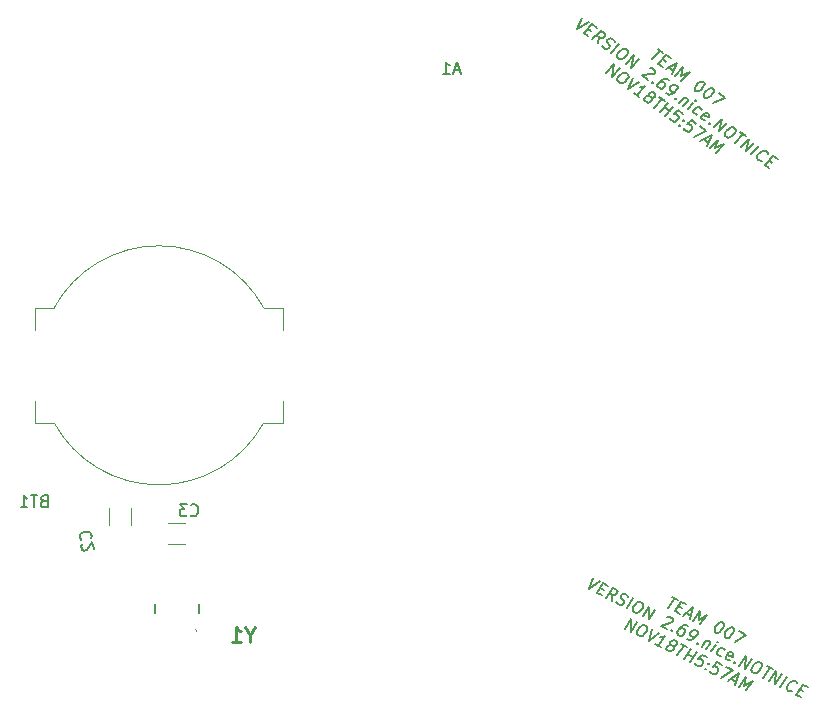
<source format=gbr>
%TF.GenerationSoftware,KiCad,Pcbnew,(5.99.0-13050-gf79cb382c4)*%
%TF.CreationDate,2021-11-18T10:13:38-08:00*%
%TF.ProjectId,S_Alarm,535f416c-6172-46d2-9e6b-696361645f70,rev?*%
%TF.SameCoordinates,Original*%
%TF.FileFunction,Legend,Bot*%
%TF.FilePolarity,Positive*%
%FSLAX46Y46*%
G04 Gerber Fmt 4.6, Leading zero omitted, Abs format (unit mm)*
G04 Created by KiCad (PCBNEW (5.99.0-13050-gf79cb382c4)) date 2021-11-18 10:13:38*
%MOMM*%
%LPD*%
G01*
G04 APERTURE LIST*
%ADD10C,0.150000*%
%ADD11C,0.254000*%
%ADD12C,0.120000*%
%ADD13C,0.200000*%
%ADD14C,0.100000*%
G04 APERTURE END LIST*
D10*
X142313667Y-45336037D02*
X142775963Y-45671915D01*
X141855903Y-46239520D02*
X142544815Y-45503976D01*
X142717581Y-46218102D02*
X142987254Y-46414030D01*
X142741969Y-46883284D02*
X142356723Y-46603387D01*
X143045635Y-45867843D01*
X143430881Y-46147741D01*
X143246998Y-46897047D02*
X143632244Y-47176945D01*
X142973116Y-47051223D02*
X143931701Y-46511608D01*
X143512461Y-47443080D01*
X143782133Y-47639008D02*
X144471046Y-46903465D01*
X144248638Y-47624781D01*
X145010390Y-47295321D01*
X144321478Y-48030865D01*
X146166129Y-48135015D02*
X146243178Y-48190994D01*
X146287422Y-48282000D01*
X146293141Y-48345015D01*
X146266055Y-48443057D01*
X146173359Y-48611150D01*
X146009332Y-48786280D01*
X145839586Y-48898393D01*
X145735450Y-48940456D01*
X145664120Y-48947492D01*
X145554266Y-48926538D01*
X145477217Y-48870558D01*
X145432973Y-48779553D01*
X145427254Y-48716537D01*
X145454340Y-48618496D01*
X145547036Y-48450402D01*
X145711063Y-48275273D01*
X145880809Y-48163159D01*
X145984944Y-48121097D01*
X146056274Y-48114061D01*
X146166129Y-48135015D01*
X146936621Y-48694810D02*
X147013671Y-48750790D01*
X147057915Y-48841795D01*
X147063634Y-48904811D01*
X147036548Y-49002852D01*
X146943851Y-49170946D01*
X146779824Y-49346075D01*
X146610078Y-49458189D01*
X146505943Y-49500251D01*
X146434613Y-49507287D01*
X146324758Y-49486333D01*
X146247709Y-49430354D01*
X146203465Y-49339348D01*
X146197746Y-49276333D01*
X146224832Y-49178291D01*
X146317529Y-49010198D01*
X146481556Y-48835068D01*
X146651302Y-48722955D01*
X146755437Y-48680893D01*
X146826767Y-48673856D01*
X146936621Y-48694810D01*
X147475966Y-49086667D02*
X148015311Y-49478524D01*
X146979677Y-49962160D01*
X135935362Y-42691996D02*
X135516122Y-43623468D01*
X136474707Y-43083853D01*
X136416325Y-43630040D02*
X136685998Y-43825969D01*
X136440713Y-44295223D02*
X136055467Y-44015325D01*
X136744379Y-43279781D01*
X137129625Y-43559679D01*
X137249730Y-44883008D02*
X137308111Y-44336821D01*
X136787434Y-44547131D02*
X137476347Y-43811587D01*
X137784544Y-44035505D01*
X137828788Y-44126511D01*
X137834507Y-44189526D01*
X137807421Y-44287568D01*
X137709005Y-44392646D01*
X137604869Y-44434708D01*
X137533539Y-44441744D01*
X137423685Y-44420790D01*
X137115488Y-44196872D01*
X137590732Y-45071900D02*
X137673501Y-45190896D01*
X137866124Y-45330845D01*
X137975978Y-45351798D01*
X138047308Y-45344762D01*
X138151444Y-45302700D01*
X138217054Y-45232648D01*
X138244140Y-45134607D01*
X138238421Y-45071591D01*
X138194177Y-44980586D01*
X138072884Y-44833601D01*
X138028640Y-44742595D01*
X138022921Y-44679579D01*
X138050007Y-44581538D01*
X138115618Y-44511486D01*
X138219753Y-44469424D01*
X138291083Y-44462388D01*
X138400938Y-44483342D01*
X138593561Y-44623290D01*
X138676329Y-44742286D01*
X138366944Y-45694712D02*
X139055856Y-44959168D01*
X139595201Y-45351025D02*
X139749299Y-45462984D01*
X139793543Y-45553989D01*
X139804982Y-45680020D01*
X139712285Y-45848114D01*
X139482647Y-46093295D01*
X139312901Y-46205409D01*
X139170241Y-46219481D01*
X139060387Y-46198528D01*
X138906288Y-46086568D01*
X138862044Y-45995563D01*
X138850606Y-45869532D01*
X138943303Y-45701438D01*
X139172940Y-45456257D01*
X139342686Y-45344143D01*
X139485346Y-45330071D01*
X139595201Y-45351025D01*
X139599731Y-46590384D02*
X140288644Y-45854841D01*
X140062027Y-46926262D01*
X140750939Y-46190718D01*
X141648444Y-46960514D02*
X141719774Y-46953478D01*
X141829629Y-46974432D01*
X142022252Y-47114380D01*
X142066496Y-47205386D01*
X142072215Y-47268401D01*
X142045129Y-47366443D01*
X141979518Y-47436495D01*
X141842577Y-47513583D01*
X140986618Y-47598016D01*
X141487438Y-47961883D01*
X141899770Y-48143739D02*
X141905489Y-48206755D01*
X141834159Y-48213791D01*
X141828440Y-48150776D01*
X141899770Y-48143739D01*
X141834159Y-48213791D01*
X143255039Y-48010053D02*
X143100941Y-47898094D01*
X142991086Y-47877140D01*
X142919756Y-47884177D01*
X142744291Y-47933275D01*
X142574545Y-48045388D01*
X142312102Y-48325596D01*
X142285016Y-48423637D01*
X142290736Y-48486653D01*
X142334979Y-48577658D01*
X142489078Y-48689617D01*
X142598932Y-48710571D01*
X142670262Y-48703535D01*
X142774398Y-48661473D01*
X142938425Y-48486343D01*
X142965511Y-48388302D01*
X142959791Y-48325286D01*
X142915547Y-48234281D01*
X142761449Y-48122322D01*
X142651594Y-48101368D01*
X142580264Y-48108404D01*
X142476129Y-48150466D01*
X143028423Y-49081474D02*
X143182521Y-49193433D01*
X143292376Y-49214387D01*
X143363706Y-49207351D01*
X143539171Y-49158253D01*
X143708917Y-49046139D01*
X143971360Y-48765932D01*
X143998446Y-48667890D01*
X143992727Y-48604875D01*
X143948483Y-48513869D01*
X143794384Y-48401910D01*
X143684530Y-48380956D01*
X143613200Y-48387992D01*
X143509064Y-48430054D01*
X143345038Y-48605184D01*
X143317951Y-48703226D01*
X143323671Y-48766241D01*
X143367915Y-48857247D01*
X143522013Y-48969206D01*
X143631868Y-48990159D01*
X143703198Y-48983123D01*
X143807333Y-48941061D01*
X143826001Y-49543228D02*
X143831720Y-49606244D01*
X143760390Y-49613280D01*
X143754671Y-49550264D01*
X143826001Y-49543228D01*
X143760390Y-49613280D01*
X144604911Y-49402815D02*
X144145636Y-49893178D01*
X144539301Y-49472867D02*
X144610631Y-49465831D01*
X144720485Y-49486784D01*
X144836059Y-49570754D01*
X144880303Y-49661759D01*
X144853217Y-49759801D01*
X144492358Y-50145086D01*
X144877604Y-50424983D02*
X145336879Y-49934621D01*
X145566517Y-49689440D02*
X145495187Y-49696476D01*
X145500906Y-49759491D01*
X145572236Y-49752455D01*
X145566517Y-49689440D01*
X145500906Y-49759491D01*
X145642377Y-50921763D02*
X145532523Y-50900810D01*
X145378424Y-50788850D01*
X145334180Y-50697845D01*
X145328461Y-50634829D01*
X145355547Y-50536788D01*
X145552379Y-50326632D01*
X145656515Y-50284570D01*
X145727845Y-50277534D01*
X145837699Y-50298488D01*
X145991798Y-50410447D01*
X146036042Y-50501452D01*
X146297296Y-51397589D02*
X146187441Y-51376636D01*
X146033343Y-51264677D01*
X145989099Y-51173671D01*
X146016185Y-51075630D01*
X146278628Y-50795422D01*
X146382763Y-50753360D01*
X146492618Y-50774314D01*
X146646716Y-50886273D01*
X146690960Y-50977279D01*
X146663874Y-51075320D01*
X146598263Y-51145372D01*
X146147406Y-50935526D01*
X146715347Y-51642461D02*
X146721067Y-51705477D01*
X146649737Y-51712513D01*
X146644017Y-51649497D01*
X146715347Y-51642461D01*
X146649737Y-51712513D01*
X147034983Y-51992411D02*
X147723895Y-51256867D01*
X147497278Y-52328288D01*
X148186191Y-51592744D01*
X148725535Y-51984601D02*
X148879634Y-52096560D01*
X148923878Y-52187566D01*
X148935316Y-52313597D01*
X148842619Y-52481690D01*
X148612982Y-52726872D01*
X148443236Y-52838985D01*
X148300576Y-52853058D01*
X148190721Y-52832104D01*
X148036623Y-52720145D01*
X147992379Y-52629139D01*
X147980941Y-52503108D01*
X148073637Y-52335015D01*
X148303275Y-52089833D01*
X148473021Y-51977720D01*
X148615681Y-51963647D01*
X148725535Y-51984601D01*
X149303405Y-52404448D02*
X149765700Y-52740325D01*
X148845640Y-53307930D02*
X149534552Y-52572386D01*
X149346460Y-53671797D02*
X150035372Y-52936253D01*
X149808755Y-54007674D01*
X150497668Y-53272131D01*
X150194002Y-54287572D02*
X150882914Y-53552028D01*
X151107154Y-54833295D02*
X151035824Y-54840332D01*
X150887445Y-54791388D01*
X150810396Y-54735409D01*
X150727627Y-54616413D01*
X150716188Y-54490382D01*
X150743275Y-54392340D01*
X150835971Y-54224247D01*
X150934387Y-54119169D01*
X151104133Y-54007056D01*
X151208269Y-53964994D01*
X151350929Y-53950921D01*
X151499308Y-53999865D01*
X151576357Y-54055844D01*
X151659126Y-54174840D01*
X151664845Y-54237855D01*
X151749124Y-54769970D02*
X152018796Y-54965899D01*
X151773511Y-55435153D02*
X151388265Y-55155255D01*
X152077177Y-54419711D01*
X152462423Y-54699609D01*
X137940692Y-47375091D02*
X138629604Y-46639547D01*
X138402987Y-47710968D01*
X139091900Y-46975424D01*
X139631244Y-47367281D02*
X139785343Y-47479240D01*
X139829587Y-47570245D01*
X139841025Y-47696277D01*
X139748329Y-47864370D01*
X139518691Y-48109551D01*
X139348945Y-48221665D01*
X139206285Y-48235737D01*
X139096431Y-48214784D01*
X138942332Y-48102825D01*
X138898088Y-48011819D01*
X138886650Y-47885788D01*
X138979346Y-47717695D01*
X139208984Y-47472513D01*
X139378730Y-47360399D01*
X139521390Y-47346327D01*
X139631244Y-47367281D01*
X140209114Y-47787127D02*
X139789874Y-48718600D01*
X140748458Y-48178984D01*
X140752989Y-49418344D02*
X140290694Y-49082467D01*
X140521841Y-49250405D02*
X141210754Y-48514862D01*
X141035289Y-48563960D01*
X140892629Y-48578032D01*
X140782774Y-48557078D01*
X141608949Y-49333911D02*
X141564705Y-49242905D01*
X141558986Y-49179889D01*
X141586072Y-49081848D01*
X141618877Y-49046822D01*
X141723012Y-49004760D01*
X141794342Y-48997724D01*
X141904197Y-49018678D01*
X142058295Y-49130637D01*
X142102539Y-49221642D01*
X142108259Y-49284658D01*
X142081173Y-49382699D01*
X142048367Y-49417725D01*
X141944232Y-49459787D01*
X141872902Y-49466823D01*
X141763047Y-49445870D01*
X141608949Y-49333911D01*
X141499094Y-49312957D01*
X141427764Y-49319993D01*
X141323629Y-49362055D01*
X141192408Y-49502159D01*
X141165321Y-49600200D01*
X141171041Y-49663216D01*
X141215285Y-49754221D01*
X141369383Y-49866180D01*
X141479238Y-49887134D01*
X141550568Y-49880098D01*
X141654703Y-49838036D01*
X141785924Y-49697932D01*
X141813010Y-49599891D01*
X141807291Y-49536875D01*
X141763047Y-49445870D01*
X142443542Y-49410534D02*
X142905837Y-49746412D01*
X141985777Y-50314017D02*
X142674689Y-49578473D01*
X142486597Y-50677884D02*
X143175509Y-49942340D01*
X142847456Y-50292599D02*
X143309751Y-50628476D01*
X142948892Y-51013761D02*
X143637805Y-50278217D01*
X144408297Y-50838013D02*
X144023051Y-50558115D01*
X143656473Y-50880384D01*
X143727803Y-50873348D01*
X143837657Y-50894302D01*
X144030281Y-51034251D01*
X144074524Y-51125256D01*
X144080244Y-51188272D01*
X144053158Y-51286313D01*
X143889131Y-51461443D01*
X143784996Y-51503505D01*
X143713666Y-51510541D01*
X143603811Y-51489587D01*
X143411188Y-51349638D01*
X143366944Y-51258633D01*
X143361225Y-51195617D01*
X144170242Y-51783403D02*
X144175961Y-51846418D01*
X144104631Y-51853454D01*
X144098912Y-51790439D01*
X144170242Y-51783403D01*
X144104631Y-51853454D01*
X144531101Y-51398118D02*
X144536820Y-51461133D01*
X144465490Y-51468170D01*
X144459771Y-51405154D01*
X144531101Y-51398118D01*
X144465490Y-51468170D01*
X145564036Y-51677706D02*
X145178790Y-51397808D01*
X144812211Y-51720077D01*
X144883541Y-51713041D01*
X144993396Y-51733995D01*
X145186019Y-51873944D01*
X145230263Y-51964949D01*
X145235982Y-52027965D01*
X145208896Y-52126007D01*
X145044869Y-52301136D01*
X144940734Y-52343198D01*
X144869404Y-52350234D01*
X144759550Y-52329281D01*
X144566926Y-52189332D01*
X144522683Y-52098326D01*
X144516963Y-52035311D01*
X145872233Y-51901624D02*
X146411577Y-52293481D01*
X145375943Y-52777117D01*
X146189169Y-53014798D02*
X146574416Y-53294696D01*
X145915288Y-53168974D02*
X146873873Y-52629358D01*
X146454633Y-53560831D01*
X146724305Y-53756759D02*
X147413217Y-53021215D01*
X147190810Y-53742532D01*
X147952562Y-53413072D01*
X147263650Y-54148616D01*
X143514609Y-91730729D02*
X144023755Y-91990152D01*
X143203815Y-92694699D02*
X143769182Y-91860441D01*
X144051535Y-92538748D02*
X144348537Y-92690078D01*
X144179680Y-93191926D02*
X143755391Y-92975740D01*
X144320757Y-92141483D01*
X144745046Y-92357669D01*
X144680644Y-93126516D02*
X145104933Y-93342702D01*
X144434253Y-93321638D02*
X145296622Y-92638710D01*
X145028257Y-93624298D01*
X145325260Y-93775628D02*
X145890626Y-92941371D01*
X145783795Y-93688599D01*
X146484630Y-93244031D01*
X145919264Y-94078289D01*
X147757497Y-93892589D02*
X147842354Y-93935826D01*
X147900290Y-94018790D01*
X147915797Y-94080135D01*
X147904381Y-94181207D01*
X147839121Y-94361732D01*
X147704510Y-94560364D01*
X147554393Y-94697652D01*
X147458119Y-94755486D01*
X147388768Y-94773594D01*
X147276988Y-94770084D01*
X147192130Y-94726847D01*
X147134195Y-94643883D01*
X147118688Y-94582538D01*
X147130104Y-94481466D01*
X147195364Y-94300941D01*
X147329975Y-94102308D01*
X147480092Y-93965021D01*
X147576366Y-93907186D01*
X147645717Y-93889078D01*
X147757497Y-93892589D01*
X148606074Y-94324961D02*
X148690932Y-94368198D01*
X148748868Y-94451162D01*
X148764374Y-94512507D01*
X148752959Y-94613579D01*
X148687699Y-94794103D01*
X148553088Y-94992736D01*
X148402970Y-95130024D01*
X148306697Y-95187858D01*
X148237346Y-95205966D01*
X148125566Y-95202456D01*
X148040708Y-95159218D01*
X147982773Y-95076255D01*
X147967266Y-95014910D01*
X147978681Y-94913838D01*
X148043941Y-94733313D01*
X148178552Y-94534680D01*
X148328670Y-94397393D01*
X148424943Y-94339558D01*
X148494294Y-94321450D01*
X148606074Y-94324961D01*
X149200079Y-94627621D02*
X149794083Y-94930281D01*
X148846857Y-95569972D01*
X136801211Y-90117028D02*
X136532847Y-91102616D01*
X137395215Y-90419689D01*
X137422996Y-90968285D02*
X137719998Y-91119615D01*
X137551140Y-91621463D02*
X137126851Y-91405277D01*
X137692218Y-90571019D01*
X138116506Y-90787205D01*
X138442147Y-92075453D02*
X138414367Y-91526857D01*
X137933000Y-91816030D02*
X138498366Y-90981772D01*
X138837797Y-91154721D01*
X138895733Y-91237685D01*
X138911240Y-91299030D01*
X138899824Y-91400102D01*
X138819058Y-91519281D01*
X138722784Y-91577116D01*
X138653433Y-91595224D01*
X138541653Y-91591713D01*
X138202222Y-91418764D01*
X138808500Y-92208675D02*
X138908864Y-92313258D01*
X139121009Y-92421351D01*
X139232789Y-92424861D01*
X139302140Y-92406753D01*
X139398413Y-92348919D01*
X139452258Y-92269466D01*
X139463673Y-92168394D01*
X139448166Y-92107049D01*
X139390231Y-92024085D01*
X139247438Y-91897884D01*
X139189502Y-91814920D01*
X139173995Y-91753575D01*
X139185411Y-91652503D01*
X139239255Y-91573050D01*
X139335529Y-91515216D01*
X139404880Y-91497108D01*
X139516660Y-91500619D01*
X139728804Y-91608711D01*
X139829168Y-91713294D01*
X139672584Y-92702392D02*
X140237951Y-91868135D01*
X140831955Y-92170795D02*
X141001670Y-92257269D01*
X141059606Y-92340233D01*
X141090619Y-92462923D01*
X141025359Y-92643448D01*
X140836904Y-92921534D01*
X140686786Y-93058822D01*
X140548084Y-93095038D01*
X140436304Y-93091527D01*
X140266589Y-93005053D01*
X140208653Y-92922089D01*
X140177640Y-92799399D01*
X140242900Y-92618874D01*
X140431355Y-92340788D01*
X140581473Y-92203500D01*
X140720175Y-92167284D01*
X140831955Y-92170795D01*
X141030309Y-93394187D02*
X141595675Y-92559930D01*
X141539455Y-93653611D01*
X142104821Y-92819353D01*
X143111699Y-93439271D02*
X143181050Y-93421163D01*
X143292830Y-93424673D01*
X143504975Y-93532766D01*
X143562910Y-93615730D01*
X143578417Y-93677075D01*
X143567001Y-93778147D01*
X143513157Y-93857600D01*
X143389961Y-93955161D01*
X142557748Y-94172457D01*
X143109324Y-94453499D01*
X143545028Y-94568613D02*
X143560535Y-94629958D01*
X143491184Y-94648066D01*
X143475677Y-94586721D01*
X143545028Y-94568613D01*
X143491184Y-94648066D01*
X144862699Y-94224562D02*
X144692983Y-94138087D01*
X144581203Y-94134577D01*
X144511852Y-94152684D01*
X144346228Y-94228627D01*
X144196110Y-94365915D01*
X143980732Y-94683727D01*
X143969317Y-94784799D01*
X143984824Y-94846144D01*
X144042759Y-94929108D01*
X144212475Y-95015582D01*
X144324255Y-95019093D01*
X144393606Y-95000985D01*
X144489879Y-94943150D01*
X144624490Y-94744517D01*
X144635906Y-94643446D01*
X144620399Y-94582101D01*
X144562463Y-94499137D01*
X144392748Y-94412662D01*
X144280968Y-94409152D01*
X144211617Y-94427260D01*
X144115343Y-94485094D01*
X144806479Y-95318242D02*
X144976195Y-95404717D01*
X145087975Y-95408227D01*
X145157326Y-95390119D01*
X145322950Y-95314177D01*
X145473068Y-95176889D01*
X145688445Y-94859077D01*
X145699861Y-94758005D01*
X145684354Y-94696660D01*
X145626419Y-94613696D01*
X145456703Y-94527222D01*
X145344923Y-94523711D01*
X145275572Y-94541819D01*
X145179299Y-94599654D01*
X145044688Y-94798286D01*
X145033272Y-94899358D01*
X145048779Y-94960703D01*
X145106714Y-95043667D01*
X145276430Y-95130141D01*
X145388210Y-95133652D01*
X145457561Y-95115544D01*
X145553834Y-95057710D01*
X145666472Y-95649543D02*
X145681979Y-95710888D01*
X145612628Y-95728996D01*
X145597121Y-95667651D01*
X145666472Y-95649543D01*
X145612628Y-95728996D01*
X146413827Y-95389010D02*
X146036917Y-95945182D01*
X146359983Y-95468463D02*
X146429334Y-95450355D01*
X146541114Y-95453866D01*
X146668401Y-95518721D01*
X146726336Y-95601685D01*
X146714921Y-95702757D01*
X146418777Y-96139749D01*
X146843065Y-96355935D02*
X147219976Y-95799763D01*
X147408432Y-95521677D02*
X147339081Y-95539785D01*
X147354587Y-95601130D01*
X147423938Y-95583022D01*
X147408432Y-95521677D01*
X147354587Y-95601130D01*
X147676136Y-96726962D02*
X147564356Y-96723451D01*
X147394641Y-96636977D01*
X147336705Y-96554013D01*
X147321199Y-96492668D01*
X147332614Y-96391596D01*
X147494147Y-96153237D01*
X147590421Y-96095402D01*
X147659772Y-96077294D01*
X147771552Y-96080805D01*
X147941267Y-96167279D01*
X147999203Y-96250243D01*
X148397427Y-97094478D02*
X148285647Y-97090967D01*
X148115932Y-97004493D01*
X148057996Y-96921529D01*
X148069412Y-96820457D01*
X148284789Y-96502645D01*
X148381063Y-96444810D01*
X148492843Y-96448321D01*
X148662558Y-96534795D01*
X148720494Y-96617759D01*
X148709078Y-96718831D01*
X148655234Y-96798284D01*
X148177101Y-96661551D01*
X148848638Y-97270937D02*
X148864145Y-97332282D01*
X148794794Y-97350390D01*
X148779287Y-97289045D01*
X148848638Y-97270937D01*
X148794794Y-97350390D01*
X149219083Y-97566576D02*
X149784449Y-96732319D01*
X149728229Y-97825999D01*
X150293596Y-96991742D01*
X150887600Y-97294402D02*
X151057316Y-97380876D01*
X151115251Y-97463840D01*
X151146264Y-97586530D01*
X151081005Y-97767055D01*
X150892549Y-98045141D01*
X150742431Y-98182429D01*
X150603729Y-98218645D01*
X150491949Y-98215134D01*
X150322234Y-98128660D01*
X150264298Y-98045696D01*
X150233285Y-97923006D01*
X150298545Y-97742481D01*
X150487000Y-97464395D01*
X150637118Y-97327107D01*
X150775820Y-97290891D01*
X150887600Y-97294402D01*
X151524033Y-97618681D02*
X152033180Y-97878104D01*
X151213240Y-98582650D02*
X151778607Y-97748393D01*
X151764816Y-98863692D02*
X152330182Y-98029434D01*
X152273962Y-99123115D01*
X152839329Y-98288857D01*
X152698251Y-99339301D02*
X153263617Y-98505043D01*
X153685531Y-99735457D02*
X153616180Y-99753565D01*
X153461971Y-99728436D01*
X153377113Y-99685199D01*
X153276749Y-99580616D01*
X153245735Y-99457926D01*
X153257151Y-99356854D01*
X153322411Y-99176329D01*
X153403177Y-99057150D01*
X153553295Y-98919862D01*
X153649568Y-98862028D01*
X153788271Y-98825812D01*
X153942480Y-98850941D01*
X154027337Y-98894178D01*
X154127702Y-98998760D01*
X154143208Y-99060106D01*
X154309691Y-99572485D02*
X154606693Y-99723816D01*
X154437835Y-100225663D02*
X154013546Y-100009478D01*
X154578913Y-99175220D01*
X155003202Y-99391406D01*
X139514449Y-94428764D02*
X140079816Y-93594507D01*
X140023596Y-94688188D01*
X140588962Y-93853930D01*
X141182966Y-94156590D02*
X141352682Y-94243065D01*
X141410618Y-94326028D01*
X141441631Y-94448719D01*
X141376371Y-94629243D01*
X141187916Y-94907329D01*
X141037798Y-95044617D01*
X140899096Y-95080833D01*
X140787316Y-95077322D01*
X140617600Y-94990848D01*
X140559665Y-94907884D01*
X140528651Y-94785194D01*
X140593911Y-94604669D01*
X140782367Y-94326583D01*
X140932484Y-94189295D01*
X141071186Y-94153080D01*
X141182966Y-94156590D01*
X141819400Y-94480869D02*
X141551036Y-95466457D01*
X142413404Y-94783529D01*
X142611758Y-96006922D02*
X142102611Y-95747499D01*
X142357184Y-95877210D02*
X142922551Y-95042953D01*
X142756926Y-95118895D01*
X142618224Y-95155111D01*
X142506444Y-95151600D01*
X143443971Y-95789626D02*
X143386035Y-95706663D01*
X143370528Y-95645317D01*
X143381944Y-95544246D01*
X143408866Y-95504519D01*
X143505139Y-95446685D01*
X143574491Y-95428577D01*
X143686270Y-95432087D01*
X143855986Y-95518562D01*
X143913922Y-95601525D01*
X143929428Y-95662871D01*
X143918013Y-95763942D01*
X143891091Y-95803669D01*
X143794817Y-95861503D01*
X143725466Y-95879611D01*
X143613686Y-95876101D01*
X143443971Y-95789626D01*
X143332191Y-95786116D01*
X143262840Y-95804224D01*
X143166566Y-95862058D01*
X143058877Y-96020964D01*
X143047462Y-96122036D01*
X143062969Y-96183381D01*
X143120904Y-96266345D01*
X143290620Y-96352819D01*
X143402400Y-96356330D01*
X143471751Y-96338222D01*
X143568024Y-96280388D01*
X143675713Y-96121481D01*
X143687128Y-96020410D01*
X143671622Y-95959064D01*
X143613686Y-95876101D01*
X144280275Y-95734748D02*
X144789421Y-95994171D01*
X143969482Y-96698717D02*
X144534848Y-95864459D01*
X144521057Y-96979759D02*
X145086424Y-96145501D01*
X144817202Y-96542766D02*
X145326348Y-96802190D01*
X145030204Y-97239182D02*
X145595570Y-96404924D01*
X146444148Y-96837296D02*
X146019859Y-96621110D01*
X145708208Y-96996757D01*
X145777559Y-96978649D01*
X145889339Y-96982160D01*
X146101484Y-97090253D01*
X146159419Y-97173216D01*
X146174926Y-97234562D01*
X146163510Y-97335633D01*
X146028899Y-97534266D01*
X145932626Y-97592101D01*
X145863275Y-97610209D01*
X145751495Y-97606698D01*
X145539350Y-97498605D01*
X145481415Y-97415641D01*
X145465908Y-97354296D01*
X146356915Y-97808287D02*
X146372421Y-97869632D01*
X146303070Y-97887740D01*
X146287564Y-97826394D01*
X146356915Y-97808287D01*
X146303070Y-97887740D01*
X146653059Y-97371294D02*
X146668566Y-97432640D01*
X146599215Y-97450747D01*
X146583708Y-97389402D01*
X146653059Y-97371294D01*
X146599215Y-97450747D01*
X147717014Y-97485854D02*
X147292725Y-97269668D01*
X146981075Y-97645315D01*
X147050426Y-97627207D01*
X147162206Y-97630718D01*
X147374350Y-97738810D01*
X147432286Y-97821774D01*
X147447792Y-97883119D01*
X147436377Y-97984191D01*
X147301766Y-98182824D01*
X147205492Y-98240658D01*
X147136141Y-98258766D01*
X147024361Y-98255256D01*
X146812217Y-98147163D01*
X146754281Y-98064199D01*
X146738775Y-98002854D01*
X148056445Y-97658803D02*
X148650450Y-97961463D01*
X147703223Y-98601153D01*
X148543619Y-98708691D02*
X148967908Y-98924877D01*
X148297228Y-98903814D02*
X149159596Y-98220886D01*
X148891232Y-99206474D01*
X149188234Y-99357804D02*
X149753601Y-98523546D01*
X149646770Y-99270775D01*
X150347605Y-98826207D01*
X149782239Y-99660464D01*
%TO.C,A1*%
X125555285Y-47156666D02*
X125079095Y-47156666D01*
X125650523Y-47442380D02*
X125317190Y-46442380D01*
X124983857Y-47442380D01*
X124126714Y-47442380D02*
X124698142Y-47442380D01*
X124412428Y-47442380D02*
X124412428Y-46442380D01*
X124507666Y-46585238D01*
X124602904Y-46680476D01*
X124698142Y-46728095D01*
%TO.C,C2*%
X94306673Y-86774515D02*
X94346256Y-86720033D01*
X94370941Y-86571486D01*
X94356043Y-86477420D01*
X94286662Y-86343771D01*
X94177698Y-86264604D01*
X94076183Y-86232470D01*
X93880603Y-86215234D01*
X93739505Y-86237582D01*
X93558823Y-86314412D01*
X93472207Y-86376343D01*
X93393040Y-86485307D01*
X93368355Y-86633855D01*
X93383253Y-86727920D01*
X93452634Y-86861569D01*
X93507116Y-86901153D01*
X93566710Y-87277415D02*
X93527126Y-87331897D01*
X93494992Y-87433412D01*
X93532238Y-87668576D01*
X93594170Y-87755192D01*
X93648652Y-87794776D01*
X93750166Y-87826910D01*
X93844232Y-87812011D01*
X93977881Y-87742631D01*
X94452883Y-87088846D01*
X94549724Y-87700272D01*
%TO.C,C3*%
X102782666Y-84812142D02*
X102830285Y-84859761D01*
X102973142Y-84907380D01*
X103068380Y-84907380D01*
X103211238Y-84859761D01*
X103306476Y-84764523D01*
X103354095Y-84669285D01*
X103401714Y-84478809D01*
X103401714Y-84335952D01*
X103354095Y-84145476D01*
X103306476Y-84050238D01*
X103211238Y-83955000D01*
X103068380Y-83907380D01*
X102973142Y-83907380D01*
X102830285Y-83955000D01*
X102782666Y-84002619D01*
X102449333Y-83907380D02*
X101830285Y-83907380D01*
X102163619Y-84288333D01*
X102020761Y-84288333D01*
X101925523Y-84335952D01*
X101877904Y-84383571D01*
X101830285Y-84478809D01*
X101830285Y-84716904D01*
X101877904Y-84812142D01*
X101925523Y-84859761D01*
X102020761Y-84907380D01*
X102306476Y-84907380D01*
X102401714Y-84859761D01*
X102449333Y-84812142D01*
%TO.C,BT1*%
X90320714Y-83621571D02*
X90177857Y-83669190D01*
X90130238Y-83716809D01*
X90082619Y-83812047D01*
X90082619Y-83954904D01*
X90130238Y-84050142D01*
X90177857Y-84097761D01*
X90273095Y-84145380D01*
X90654047Y-84145380D01*
X90654047Y-83145380D01*
X90320714Y-83145380D01*
X90225476Y-83193000D01*
X90177857Y-83240619D01*
X90130238Y-83335857D01*
X90130238Y-83431095D01*
X90177857Y-83526333D01*
X90225476Y-83573952D01*
X90320714Y-83621571D01*
X90654047Y-83621571D01*
X89796904Y-83145380D02*
X89225476Y-83145380D01*
X89511190Y-84145380D02*
X89511190Y-83145380D01*
X88368333Y-84145380D02*
X88939761Y-84145380D01*
X88654047Y-84145380D02*
X88654047Y-83145380D01*
X88749285Y-83288238D01*
X88844523Y-83383476D01*
X88939761Y-83431095D01*
D11*
%TO.C,Y1*%
X107792761Y-94965761D02*
X107792761Y-95570523D01*
X108216095Y-94300523D02*
X107792761Y-94965761D01*
X107369428Y-94300523D01*
X106280857Y-95570523D02*
X107006571Y-95570523D01*
X106643714Y-95570523D02*
X106643714Y-94300523D01*
X106764666Y-94481952D01*
X106885619Y-94602904D01*
X107006571Y-94663380D01*
D12*
%TO.C,C2*%
X95864000Y-84251748D02*
X95864000Y-85674252D01*
X97684000Y-84251748D02*
X97684000Y-85674252D01*
%TO.C,C3*%
X100888748Y-87270000D02*
X102311252Y-87270000D01*
X100888748Y-85450000D02*
X102311252Y-85450000D01*
%TO.C,BT1*%
X110546000Y-77021000D02*
X108938910Y-77021000D01*
X89606000Y-67251000D02*
X91213090Y-67251000D01*
X89606000Y-69136000D02*
X89606000Y-67251000D01*
X110546000Y-75136000D02*
X110546000Y-77021000D01*
X110546000Y-67251000D02*
X108938910Y-67251000D01*
X89606000Y-77021000D02*
X91213090Y-77021000D01*
X89606000Y-75136000D02*
X89606000Y-77021000D01*
X110546000Y-69136000D02*
X110546000Y-67251000D01*
X91213090Y-77021000D02*
G75*
G03*
X108938910Y-77021000I8862910J4885000D01*
G01*
X108941021Y-67254832D02*
G75*
G03*
X91213090Y-67251000I-8865021J-4881167D01*
G01*
D13*
%TO.C,Y1*%
X103450000Y-93110000D02*
X103450000Y-92310000D01*
D14*
X103200000Y-94610000D02*
X103200000Y-94610000D01*
X103200000Y-94510000D02*
X103200000Y-94510000D01*
D13*
X99750000Y-93110000D02*
X99750000Y-92310000D01*
D14*
X103200000Y-94510000D02*
G75*
G03*
X103200000Y-94610000I0J-50000D01*
G01*
X103200000Y-94610000D02*
G75*
G03*
X103200000Y-94510000I0J50000D01*
G01*
%TD*%
M02*

</source>
